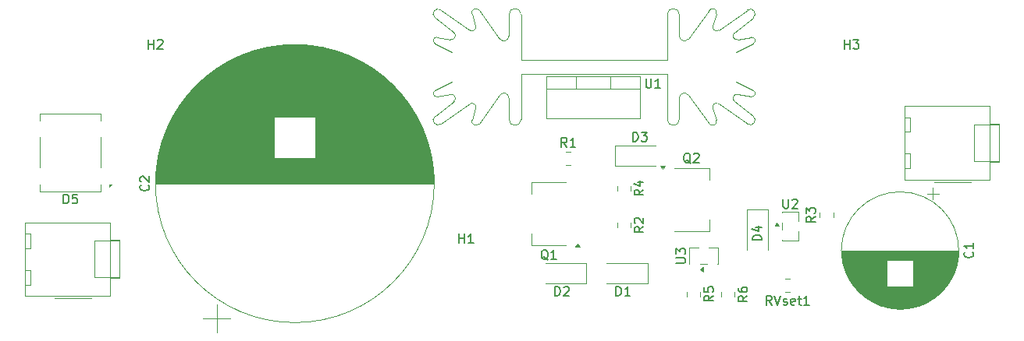
<source format=gbr>
%TF.GenerationSoftware,KiCad,Pcbnew,9.0.5*%
%TF.CreationDate,2025-11-24T13:11:31+01:00*%
%TF.ProjectId,200v psu,32303076-2070-4737-952e-6b696361645f,rev?*%
%TF.SameCoordinates,Original*%
%TF.FileFunction,Legend,Top*%
%TF.FilePolarity,Positive*%
%FSLAX46Y46*%
G04 Gerber Fmt 4.6, Leading zero omitted, Abs format (unit mm)*
G04 Created by KiCad (PCBNEW 9.0.5) date 2025-11-24 13:11:31*
%MOMM*%
%LPD*%
G01*
G04 APERTURE LIST*
%ADD10C,0.150000*%
%ADD11C,0.120000*%
G04 APERTURE END LIST*
D10*
X212808095Y-51254819D02*
X212808095Y-50254819D01*
X212808095Y-50731009D02*
X213379523Y-50731009D01*
X213379523Y-51254819D02*
X213379523Y-50254819D01*
X213760476Y-50254819D02*
X214379523Y-50254819D01*
X214379523Y-50254819D02*
X214046190Y-50635771D01*
X214046190Y-50635771D02*
X214189047Y-50635771D01*
X214189047Y-50635771D02*
X214284285Y-50683390D01*
X214284285Y-50683390D02*
X214331904Y-50731009D01*
X214331904Y-50731009D02*
X214379523Y-50826247D01*
X214379523Y-50826247D02*
X214379523Y-51064342D01*
X214379523Y-51064342D02*
X214331904Y-51159580D01*
X214331904Y-51159580D02*
X214284285Y-51207200D01*
X214284285Y-51207200D02*
X214189047Y-51254819D01*
X214189047Y-51254819D02*
X213903333Y-51254819D01*
X213903333Y-51254819D02*
X213808095Y-51207200D01*
X213808095Y-51207200D02*
X213760476Y-51159580D01*
X137288095Y-51254819D02*
X137288095Y-50254819D01*
X137288095Y-50731009D02*
X137859523Y-50731009D01*
X137859523Y-51254819D02*
X137859523Y-50254819D01*
X138288095Y-50350057D02*
X138335714Y-50302438D01*
X138335714Y-50302438D02*
X138430952Y-50254819D01*
X138430952Y-50254819D02*
X138669047Y-50254819D01*
X138669047Y-50254819D02*
X138764285Y-50302438D01*
X138764285Y-50302438D02*
X138811904Y-50350057D01*
X138811904Y-50350057D02*
X138859523Y-50445295D01*
X138859523Y-50445295D02*
X138859523Y-50540533D01*
X138859523Y-50540533D02*
X138811904Y-50683390D01*
X138811904Y-50683390D02*
X138240476Y-51254819D01*
X138240476Y-51254819D02*
X138859523Y-51254819D01*
X170998095Y-72374819D02*
X170998095Y-71374819D01*
X170998095Y-71851009D02*
X171569523Y-71851009D01*
X171569523Y-72374819D02*
X171569523Y-71374819D01*
X172569523Y-72374819D02*
X171998095Y-72374819D01*
X172283809Y-72374819D02*
X172283809Y-71374819D01*
X172283809Y-71374819D02*
X172188571Y-71517676D01*
X172188571Y-71517676D02*
X172093333Y-71612914D01*
X172093333Y-71612914D02*
X171998095Y-71660533D01*
X137299580Y-66074601D02*
X137347200Y-66122220D01*
X137347200Y-66122220D02*
X137394819Y-66265077D01*
X137394819Y-66265077D02*
X137394819Y-66360315D01*
X137394819Y-66360315D02*
X137347200Y-66503172D01*
X137347200Y-66503172D02*
X137251961Y-66598410D01*
X137251961Y-66598410D02*
X137156723Y-66646029D01*
X137156723Y-66646029D02*
X136966247Y-66693648D01*
X136966247Y-66693648D02*
X136823390Y-66693648D01*
X136823390Y-66693648D02*
X136632914Y-66646029D01*
X136632914Y-66646029D02*
X136537676Y-66598410D01*
X136537676Y-66598410D02*
X136442438Y-66503172D01*
X136442438Y-66503172D02*
X136394819Y-66360315D01*
X136394819Y-66360315D02*
X136394819Y-66265077D01*
X136394819Y-66265077D02*
X136442438Y-66122220D01*
X136442438Y-66122220D02*
X136490057Y-66074601D01*
X136490057Y-65693648D02*
X136442438Y-65646029D01*
X136442438Y-65646029D02*
X136394819Y-65550791D01*
X136394819Y-65550791D02*
X136394819Y-65312696D01*
X136394819Y-65312696D02*
X136442438Y-65217458D01*
X136442438Y-65217458D02*
X136490057Y-65169839D01*
X136490057Y-65169839D02*
X136585295Y-65122220D01*
X136585295Y-65122220D02*
X136680533Y-65122220D01*
X136680533Y-65122220D02*
X136823390Y-65169839D01*
X136823390Y-65169839D02*
X137394819Y-65741267D01*
X137394819Y-65741267D02*
X137394819Y-65122220D01*
X202264819Y-78116666D02*
X201788628Y-78449999D01*
X202264819Y-78688094D02*
X201264819Y-78688094D01*
X201264819Y-78688094D02*
X201264819Y-78307142D01*
X201264819Y-78307142D02*
X201312438Y-78211904D01*
X201312438Y-78211904D02*
X201360057Y-78164285D01*
X201360057Y-78164285D02*
X201455295Y-78116666D01*
X201455295Y-78116666D02*
X201598152Y-78116666D01*
X201598152Y-78116666D02*
X201693390Y-78164285D01*
X201693390Y-78164285D02*
X201741009Y-78211904D01*
X201741009Y-78211904D02*
X201788628Y-78307142D01*
X201788628Y-78307142D02*
X201788628Y-78688094D01*
X201264819Y-77259523D02*
X201264819Y-77449999D01*
X201264819Y-77449999D02*
X201312438Y-77545237D01*
X201312438Y-77545237D02*
X201360057Y-77592856D01*
X201360057Y-77592856D02*
X201502914Y-77688094D01*
X201502914Y-77688094D02*
X201693390Y-77735713D01*
X201693390Y-77735713D02*
X202074342Y-77735713D01*
X202074342Y-77735713D02*
X202169580Y-77688094D01*
X202169580Y-77688094D02*
X202217200Y-77640475D01*
X202217200Y-77640475D02*
X202264819Y-77545237D01*
X202264819Y-77545237D02*
X202264819Y-77354761D01*
X202264819Y-77354761D02*
X202217200Y-77259523D01*
X202217200Y-77259523D02*
X202169580Y-77211904D01*
X202169580Y-77211904D02*
X202074342Y-77164285D01*
X202074342Y-77164285D02*
X201836247Y-77164285D01*
X201836247Y-77164285D02*
X201741009Y-77211904D01*
X201741009Y-77211904D02*
X201693390Y-77259523D01*
X201693390Y-77259523D02*
X201645771Y-77354761D01*
X201645771Y-77354761D02*
X201645771Y-77545237D01*
X201645771Y-77545237D02*
X201693390Y-77640475D01*
X201693390Y-77640475D02*
X201741009Y-77688094D01*
X201741009Y-77688094D02*
X201836247Y-77735713D01*
X196124761Y-63707557D02*
X196029523Y-63659938D01*
X196029523Y-63659938D02*
X195934285Y-63564700D01*
X195934285Y-63564700D02*
X195791428Y-63421842D01*
X195791428Y-63421842D02*
X195696190Y-63374223D01*
X195696190Y-63374223D02*
X195600952Y-63374223D01*
X195648571Y-63612319D02*
X195553333Y-63564700D01*
X195553333Y-63564700D02*
X195458095Y-63469461D01*
X195458095Y-63469461D02*
X195410476Y-63278985D01*
X195410476Y-63278985D02*
X195410476Y-62945652D01*
X195410476Y-62945652D02*
X195458095Y-62755176D01*
X195458095Y-62755176D02*
X195553333Y-62659938D01*
X195553333Y-62659938D02*
X195648571Y-62612319D01*
X195648571Y-62612319D02*
X195839047Y-62612319D01*
X195839047Y-62612319D02*
X195934285Y-62659938D01*
X195934285Y-62659938D02*
X196029523Y-62755176D01*
X196029523Y-62755176D02*
X196077142Y-62945652D01*
X196077142Y-62945652D02*
X196077142Y-63278985D01*
X196077142Y-63278985D02*
X196029523Y-63469461D01*
X196029523Y-63469461D02*
X195934285Y-63564700D01*
X195934285Y-63564700D02*
X195839047Y-63612319D01*
X195839047Y-63612319D02*
X195648571Y-63612319D01*
X196458095Y-62707557D02*
X196505714Y-62659938D01*
X196505714Y-62659938D02*
X196600952Y-62612319D01*
X196600952Y-62612319D02*
X196839047Y-62612319D01*
X196839047Y-62612319D02*
X196934285Y-62659938D01*
X196934285Y-62659938D02*
X196981904Y-62707557D01*
X196981904Y-62707557D02*
X197029523Y-62802795D01*
X197029523Y-62802795D02*
X197029523Y-62898033D01*
X197029523Y-62898033D02*
X196981904Y-63040890D01*
X196981904Y-63040890D02*
X196410476Y-63612319D01*
X196410476Y-63612319D02*
X197029523Y-63612319D01*
X189854405Y-61314819D02*
X189854405Y-60314819D01*
X189854405Y-60314819D02*
X190092500Y-60314819D01*
X190092500Y-60314819D02*
X190235357Y-60362438D01*
X190235357Y-60362438D02*
X190330595Y-60457676D01*
X190330595Y-60457676D02*
X190378214Y-60552914D01*
X190378214Y-60552914D02*
X190425833Y-60743390D01*
X190425833Y-60743390D02*
X190425833Y-60886247D01*
X190425833Y-60886247D02*
X190378214Y-61076723D01*
X190378214Y-61076723D02*
X190330595Y-61171961D01*
X190330595Y-61171961D02*
X190235357Y-61267200D01*
X190235357Y-61267200D02*
X190092500Y-61314819D01*
X190092500Y-61314819D02*
X189854405Y-61314819D01*
X190759167Y-60314819D02*
X191378214Y-60314819D01*
X191378214Y-60314819D02*
X191044881Y-60695771D01*
X191044881Y-60695771D02*
X191187738Y-60695771D01*
X191187738Y-60695771D02*
X191282976Y-60743390D01*
X191282976Y-60743390D02*
X191330595Y-60791009D01*
X191330595Y-60791009D02*
X191378214Y-60886247D01*
X191378214Y-60886247D02*
X191378214Y-61124342D01*
X191378214Y-61124342D02*
X191330595Y-61219580D01*
X191330595Y-61219580D02*
X191282976Y-61267200D01*
X191282976Y-61267200D02*
X191187738Y-61314819D01*
X191187738Y-61314819D02*
X190902024Y-61314819D01*
X190902024Y-61314819D02*
X190806786Y-61267200D01*
X190806786Y-61267200D02*
X190759167Y-61219580D01*
X191004819Y-66576666D02*
X190528628Y-66909999D01*
X191004819Y-67148094D02*
X190004819Y-67148094D01*
X190004819Y-67148094D02*
X190004819Y-66767142D01*
X190004819Y-66767142D02*
X190052438Y-66671904D01*
X190052438Y-66671904D02*
X190100057Y-66624285D01*
X190100057Y-66624285D02*
X190195295Y-66576666D01*
X190195295Y-66576666D02*
X190338152Y-66576666D01*
X190338152Y-66576666D02*
X190433390Y-66624285D01*
X190433390Y-66624285D02*
X190481009Y-66671904D01*
X190481009Y-66671904D02*
X190528628Y-66767142D01*
X190528628Y-66767142D02*
X190528628Y-67148094D01*
X190338152Y-65719523D02*
X191004819Y-65719523D01*
X189957200Y-65957618D02*
X190671485Y-66195713D01*
X190671485Y-66195713D02*
X190671485Y-65576666D01*
X209644819Y-69494166D02*
X209168628Y-69827499D01*
X209644819Y-70065594D02*
X208644819Y-70065594D01*
X208644819Y-70065594D02*
X208644819Y-69684642D01*
X208644819Y-69684642D02*
X208692438Y-69589404D01*
X208692438Y-69589404D02*
X208740057Y-69541785D01*
X208740057Y-69541785D02*
X208835295Y-69494166D01*
X208835295Y-69494166D02*
X208978152Y-69494166D01*
X208978152Y-69494166D02*
X209073390Y-69541785D01*
X209073390Y-69541785D02*
X209121009Y-69589404D01*
X209121009Y-69589404D02*
X209168628Y-69684642D01*
X209168628Y-69684642D02*
X209168628Y-70065594D01*
X208644819Y-69160832D02*
X208644819Y-68541785D01*
X208644819Y-68541785D02*
X209025771Y-68875118D01*
X209025771Y-68875118D02*
X209025771Y-68732261D01*
X209025771Y-68732261D02*
X209073390Y-68637023D01*
X209073390Y-68637023D02*
X209121009Y-68589404D01*
X209121009Y-68589404D02*
X209216247Y-68541785D01*
X209216247Y-68541785D02*
X209454342Y-68541785D01*
X209454342Y-68541785D02*
X209549580Y-68589404D01*
X209549580Y-68589404D02*
X209597200Y-68637023D01*
X209597200Y-68637023D02*
X209644819Y-68732261D01*
X209644819Y-68732261D02*
X209644819Y-69017975D01*
X209644819Y-69017975D02*
X209597200Y-69113213D01*
X209597200Y-69113213D02*
X209549580Y-69160832D01*
X181411905Y-78114819D02*
X181411905Y-77114819D01*
X181411905Y-77114819D02*
X181650000Y-77114819D01*
X181650000Y-77114819D02*
X181792857Y-77162438D01*
X181792857Y-77162438D02*
X181888095Y-77257676D01*
X181888095Y-77257676D02*
X181935714Y-77352914D01*
X181935714Y-77352914D02*
X181983333Y-77543390D01*
X181983333Y-77543390D02*
X181983333Y-77686247D01*
X181983333Y-77686247D02*
X181935714Y-77876723D01*
X181935714Y-77876723D02*
X181888095Y-77971961D01*
X181888095Y-77971961D02*
X181792857Y-78067200D01*
X181792857Y-78067200D02*
X181650000Y-78114819D01*
X181650000Y-78114819D02*
X181411905Y-78114819D01*
X182364286Y-77210057D02*
X182411905Y-77162438D01*
X182411905Y-77162438D02*
X182507143Y-77114819D01*
X182507143Y-77114819D02*
X182745238Y-77114819D01*
X182745238Y-77114819D02*
X182840476Y-77162438D01*
X182840476Y-77162438D02*
X182888095Y-77210057D01*
X182888095Y-77210057D02*
X182935714Y-77305295D01*
X182935714Y-77305295D02*
X182935714Y-77400533D01*
X182935714Y-77400533D02*
X182888095Y-77543390D01*
X182888095Y-77543390D02*
X182316667Y-78114819D01*
X182316667Y-78114819D02*
X182935714Y-78114819D01*
X191268095Y-54494819D02*
X191268095Y-55304342D01*
X191268095Y-55304342D02*
X191315714Y-55399580D01*
X191315714Y-55399580D02*
X191363333Y-55447200D01*
X191363333Y-55447200D02*
X191458571Y-55494819D01*
X191458571Y-55494819D02*
X191649047Y-55494819D01*
X191649047Y-55494819D02*
X191744285Y-55447200D01*
X191744285Y-55447200D02*
X191791904Y-55399580D01*
X191791904Y-55399580D02*
X191839523Y-55304342D01*
X191839523Y-55304342D02*
X191839523Y-54494819D01*
X192839523Y-55494819D02*
X192268095Y-55494819D01*
X192553809Y-55494819D02*
X192553809Y-54494819D01*
X192553809Y-54494819D02*
X192458571Y-54637676D01*
X192458571Y-54637676D02*
X192363333Y-54732914D01*
X192363333Y-54732914D02*
X192268095Y-54780533D01*
X203824819Y-72058094D02*
X202824819Y-72058094D01*
X202824819Y-72058094D02*
X202824819Y-71819999D01*
X202824819Y-71819999D02*
X202872438Y-71677142D01*
X202872438Y-71677142D02*
X202967676Y-71581904D01*
X202967676Y-71581904D02*
X203062914Y-71534285D01*
X203062914Y-71534285D02*
X203253390Y-71486666D01*
X203253390Y-71486666D02*
X203396247Y-71486666D01*
X203396247Y-71486666D02*
X203586723Y-71534285D01*
X203586723Y-71534285D02*
X203681961Y-71581904D01*
X203681961Y-71581904D02*
X203777200Y-71677142D01*
X203777200Y-71677142D02*
X203824819Y-71819999D01*
X203824819Y-71819999D02*
X203824819Y-72058094D01*
X203158152Y-70629523D02*
X203824819Y-70629523D01*
X202777200Y-70867618D02*
X203491485Y-71105713D01*
X203491485Y-71105713D02*
X203491485Y-70486666D01*
X204935713Y-79104819D02*
X204602380Y-78628628D01*
X204364285Y-79104819D02*
X204364285Y-78104819D01*
X204364285Y-78104819D02*
X204745237Y-78104819D01*
X204745237Y-78104819D02*
X204840475Y-78152438D01*
X204840475Y-78152438D02*
X204888094Y-78200057D01*
X204888094Y-78200057D02*
X204935713Y-78295295D01*
X204935713Y-78295295D02*
X204935713Y-78438152D01*
X204935713Y-78438152D02*
X204888094Y-78533390D01*
X204888094Y-78533390D02*
X204840475Y-78581009D01*
X204840475Y-78581009D02*
X204745237Y-78628628D01*
X204745237Y-78628628D02*
X204364285Y-78628628D01*
X205221428Y-78104819D02*
X205554761Y-79104819D01*
X205554761Y-79104819D02*
X205888094Y-78104819D01*
X206173809Y-79057200D02*
X206269047Y-79104819D01*
X206269047Y-79104819D02*
X206459523Y-79104819D01*
X206459523Y-79104819D02*
X206554761Y-79057200D01*
X206554761Y-79057200D02*
X206602380Y-78961961D01*
X206602380Y-78961961D02*
X206602380Y-78914342D01*
X206602380Y-78914342D02*
X206554761Y-78819104D01*
X206554761Y-78819104D02*
X206459523Y-78771485D01*
X206459523Y-78771485D02*
X206316666Y-78771485D01*
X206316666Y-78771485D02*
X206221428Y-78723866D01*
X206221428Y-78723866D02*
X206173809Y-78628628D01*
X206173809Y-78628628D02*
X206173809Y-78581009D01*
X206173809Y-78581009D02*
X206221428Y-78485771D01*
X206221428Y-78485771D02*
X206316666Y-78438152D01*
X206316666Y-78438152D02*
X206459523Y-78438152D01*
X206459523Y-78438152D02*
X206554761Y-78485771D01*
X207411904Y-79057200D02*
X207316666Y-79104819D01*
X207316666Y-79104819D02*
X207126190Y-79104819D01*
X207126190Y-79104819D02*
X207030952Y-79057200D01*
X207030952Y-79057200D02*
X206983333Y-78961961D01*
X206983333Y-78961961D02*
X206983333Y-78581009D01*
X206983333Y-78581009D02*
X207030952Y-78485771D01*
X207030952Y-78485771D02*
X207126190Y-78438152D01*
X207126190Y-78438152D02*
X207316666Y-78438152D01*
X207316666Y-78438152D02*
X207411904Y-78485771D01*
X207411904Y-78485771D02*
X207459523Y-78581009D01*
X207459523Y-78581009D02*
X207459523Y-78676247D01*
X207459523Y-78676247D02*
X206983333Y-78771485D01*
X207745238Y-78438152D02*
X208126190Y-78438152D01*
X207888095Y-78104819D02*
X207888095Y-78961961D01*
X207888095Y-78961961D02*
X207935714Y-79057200D01*
X207935714Y-79057200D02*
X208030952Y-79104819D01*
X208030952Y-79104819D02*
X208126190Y-79104819D01*
X208983333Y-79104819D02*
X208411905Y-79104819D01*
X208697619Y-79104819D02*
X208697619Y-78104819D01*
X208697619Y-78104819D02*
X208602381Y-78247676D01*
X208602381Y-78247676D02*
X208507143Y-78342914D01*
X208507143Y-78342914D02*
X208411905Y-78390533D01*
X188039405Y-78114819D02*
X188039405Y-77114819D01*
X188039405Y-77114819D02*
X188277500Y-77114819D01*
X188277500Y-77114819D02*
X188420357Y-77162438D01*
X188420357Y-77162438D02*
X188515595Y-77257676D01*
X188515595Y-77257676D02*
X188563214Y-77352914D01*
X188563214Y-77352914D02*
X188610833Y-77543390D01*
X188610833Y-77543390D02*
X188610833Y-77686247D01*
X188610833Y-77686247D02*
X188563214Y-77876723D01*
X188563214Y-77876723D02*
X188515595Y-77971961D01*
X188515595Y-77971961D02*
X188420357Y-78067200D01*
X188420357Y-78067200D02*
X188277500Y-78114819D01*
X188277500Y-78114819D02*
X188039405Y-78114819D01*
X189563214Y-78114819D02*
X188991786Y-78114819D01*
X189277500Y-78114819D02*
X189277500Y-77114819D01*
X189277500Y-77114819D02*
X189182262Y-77257676D01*
X189182262Y-77257676D02*
X189087024Y-77352914D01*
X189087024Y-77352914D02*
X188991786Y-77400533D01*
X191004819Y-70586666D02*
X190528628Y-70919999D01*
X191004819Y-71158094D02*
X190004819Y-71158094D01*
X190004819Y-71158094D02*
X190004819Y-70777142D01*
X190004819Y-70777142D02*
X190052438Y-70681904D01*
X190052438Y-70681904D02*
X190100057Y-70634285D01*
X190100057Y-70634285D02*
X190195295Y-70586666D01*
X190195295Y-70586666D02*
X190338152Y-70586666D01*
X190338152Y-70586666D02*
X190433390Y-70634285D01*
X190433390Y-70634285D02*
X190481009Y-70681904D01*
X190481009Y-70681904D02*
X190528628Y-70777142D01*
X190528628Y-70777142D02*
X190528628Y-71158094D01*
X190100057Y-70205713D02*
X190052438Y-70158094D01*
X190052438Y-70158094D02*
X190004819Y-70062856D01*
X190004819Y-70062856D02*
X190004819Y-69824761D01*
X190004819Y-69824761D02*
X190052438Y-69729523D01*
X190052438Y-69729523D02*
X190100057Y-69681904D01*
X190100057Y-69681904D02*
X190195295Y-69634285D01*
X190195295Y-69634285D02*
X190290533Y-69634285D01*
X190290533Y-69634285D02*
X190433390Y-69681904D01*
X190433390Y-69681904D02*
X191004819Y-70253332D01*
X191004819Y-70253332D02*
X191004819Y-69634285D01*
X226699580Y-73346666D02*
X226747200Y-73394285D01*
X226747200Y-73394285D02*
X226794819Y-73537142D01*
X226794819Y-73537142D02*
X226794819Y-73632380D01*
X226794819Y-73632380D02*
X226747200Y-73775237D01*
X226747200Y-73775237D02*
X226651961Y-73870475D01*
X226651961Y-73870475D02*
X226556723Y-73918094D01*
X226556723Y-73918094D02*
X226366247Y-73965713D01*
X226366247Y-73965713D02*
X226223390Y-73965713D01*
X226223390Y-73965713D02*
X226032914Y-73918094D01*
X226032914Y-73918094D02*
X225937676Y-73870475D01*
X225937676Y-73870475D02*
X225842438Y-73775237D01*
X225842438Y-73775237D02*
X225794819Y-73632380D01*
X225794819Y-73632380D02*
X225794819Y-73537142D01*
X225794819Y-73537142D02*
X225842438Y-73394285D01*
X225842438Y-73394285D02*
X225890057Y-73346666D01*
X226794819Y-72394285D02*
X226794819Y-72965713D01*
X226794819Y-72679999D02*
X225794819Y-72679999D01*
X225794819Y-72679999D02*
X225937676Y-72775237D01*
X225937676Y-72775237D02*
X226032914Y-72870475D01*
X226032914Y-72870475D02*
X226080533Y-72965713D01*
X206165595Y-67604819D02*
X206165595Y-68414342D01*
X206165595Y-68414342D02*
X206213214Y-68509580D01*
X206213214Y-68509580D02*
X206260833Y-68557200D01*
X206260833Y-68557200D02*
X206356071Y-68604819D01*
X206356071Y-68604819D02*
X206546547Y-68604819D01*
X206546547Y-68604819D02*
X206641785Y-68557200D01*
X206641785Y-68557200D02*
X206689404Y-68509580D01*
X206689404Y-68509580D02*
X206737023Y-68414342D01*
X206737023Y-68414342D02*
X206737023Y-67604819D01*
X207165595Y-67700057D02*
X207213214Y-67652438D01*
X207213214Y-67652438D02*
X207308452Y-67604819D01*
X207308452Y-67604819D02*
X207546547Y-67604819D01*
X207546547Y-67604819D02*
X207641785Y-67652438D01*
X207641785Y-67652438D02*
X207689404Y-67700057D01*
X207689404Y-67700057D02*
X207737023Y-67795295D01*
X207737023Y-67795295D02*
X207737023Y-67890533D01*
X207737023Y-67890533D02*
X207689404Y-68033390D01*
X207689404Y-68033390D02*
X207117976Y-68604819D01*
X207117976Y-68604819D02*
X207737023Y-68604819D01*
X128101905Y-68074819D02*
X128101905Y-67074819D01*
X128101905Y-67074819D02*
X128340000Y-67074819D01*
X128340000Y-67074819D02*
X128482857Y-67122438D01*
X128482857Y-67122438D02*
X128578095Y-67217676D01*
X128578095Y-67217676D02*
X128625714Y-67312914D01*
X128625714Y-67312914D02*
X128673333Y-67503390D01*
X128673333Y-67503390D02*
X128673333Y-67646247D01*
X128673333Y-67646247D02*
X128625714Y-67836723D01*
X128625714Y-67836723D02*
X128578095Y-67931961D01*
X128578095Y-67931961D02*
X128482857Y-68027200D01*
X128482857Y-68027200D02*
X128340000Y-68074819D01*
X128340000Y-68074819D02*
X128101905Y-68074819D01*
X129578095Y-67074819D02*
X129101905Y-67074819D01*
X129101905Y-67074819D02*
X129054286Y-67551009D01*
X129054286Y-67551009D02*
X129101905Y-67503390D01*
X129101905Y-67503390D02*
X129197143Y-67455771D01*
X129197143Y-67455771D02*
X129435238Y-67455771D01*
X129435238Y-67455771D02*
X129530476Y-67503390D01*
X129530476Y-67503390D02*
X129578095Y-67551009D01*
X129578095Y-67551009D02*
X129625714Y-67646247D01*
X129625714Y-67646247D02*
X129625714Y-67884342D01*
X129625714Y-67884342D02*
X129578095Y-67979580D01*
X129578095Y-67979580D02*
X129530476Y-68027200D01*
X129530476Y-68027200D02*
X129435238Y-68074819D01*
X129435238Y-68074819D02*
X129197143Y-68074819D01*
X129197143Y-68074819D02*
X129101905Y-68027200D01*
X129101905Y-68027200D02*
X129054286Y-67979580D01*
X182690833Y-61927319D02*
X182357500Y-61451128D01*
X182119405Y-61927319D02*
X182119405Y-60927319D01*
X182119405Y-60927319D02*
X182500357Y-60927319D01*
X182500357Y-60927319D02*
X182595595Y-60974938D01*
X182595595Y-60974938D02*
X182643214Y-61022557D01*
X182643214Y-61022557D02*
X182690833Y-61117795D01*
X182690833Y-61117795D02*
X182690833Y-61260652D01*
X182690833Y-61260652D02*
X182643214Y-61355890D01*
X182643214Y-61355890D02*
X182595595Y-61403509D01*
X182595595Y-61403509D02*
X182500357Y-61451128D01*
X182500357Y-61451128D02*
X182119405Y-61451128D01*
X183643214Y-61927319D02*
X183071786Y-61927319D01*
X183357500Y-61927319D02*
X183357500Y-60927319D01*
X183357500Y-60927319D02*
X183262262Y-61070176D01*
X183262262Y-61070176D02*
X183167024Y-61165414D01*
X183167024Y-61165414D02*
X183071786Y-61213033D01*
X198574819Y-78096666D02*
X198098628Y-78429999D01*
X198574819Y-78668094D02*
X197574819Y-78668094D01*
X197574819Y-78668094D02*
X197574819Y-78287142D01*
X197574819Y-78287142D02*
X197622438Y-78191904D01*
X197622438Y-78191904D02*
X197670057Y-78144285D01*
X197670057Y-78144285D02*
X197765295Y-78096666D01*
X197765295Y-78096666D02*
X197908152Y-78096666D01*
X197908152Y-78096666D02*
X198003390Y-78144285D01*
X198003390Y-78144285D02*
X198051009Y-78191904D01*
X198051009Y-78191904D02*
X198098628Y-78287142D01*
X198098628Y-78287142D02*
X198098628Y-78668094D01*
X197574819Y-77191904D02*
X197574819Y-77668094D01*
X197574819Y-77668094D02*
X198051009Y-77715713D01*
X198051009Y-77715713D02*
X198003390Y-77668094D01*
X198003390Y-77668094D02*
X197955771Y-77572856D01*
X197955771Y-77572856D02*
X197955771Y-77334761D01*
X197955771Y-77334761D02*
X198003390Y-77239523D01*
X198003390Y-77239523D02*
X198051009Y-77191904D01*
X198051009Y-77191904D02*
X198146247Y-77144285D01*
X198146247Y-77144285D02*
X198384342Y-77144285D01*
X198384342Y-77144285D02*
X198479580Y-77191904D01*
X198479580Y-77191904D02*
X198527200Y-77239523D01*
X198527200Y-77239523D02*
X198574819Y-77334761D01*
X198574819Y-77334761D02*
X198574819Y-77572856D01*
X198574819Y-77572856D02*
X198527200Y-77668094D01*
X198527200Y-77668094D02*
X198479580Y-77715713D01*
X180652261Y-74222557D02*
X180557023Y-74174938D01*
X180557023Y-74174938D02*
X180461785Y-74079700D01*
X180461785Y-74079700D02*
X180318928Y-73936842D01*
X180318928Y-73936842D02*
X180223690Y-73889223D01*
X180223690Y-73889223D02*
X180128452Y-73889223D01*
X180176071Y-74127319D02*
X180080833Y-74079700D01*
X180080833Y-74079700D02*
X179985595Y-73984461D01*
X179985595Y-73984461D02*
X179937976Y-73793985D01*
X179937976Y-73793985D02*
X179937976Y-73460652D01*
X179937976Y-73460652D02*
X179985595Y-73270176D01*
X179985595Y-73270176D02*
X180080833Y-73174938D01*
X180080833Y-73174938D02*
X180176071Y-73127319D01*
X180176071Y-73127319D02*
X180366547Y-73127319D01*
X180366547Y-73127319D02*
X180461785Y-73174938D01*
X180461785Y-73174938D02*
X180557023Y-73270176D01*
X180557023Y-73270176D02*
X180604642Y-73460652D01*
X180604642Y-73460652D02*
X180604642Y-73793985D01*
X180604642Y-73793985D02*
X180557023Y-73984461D01*
X180557023Y-73984461D02*
X180461785Y-74079700D01*
X180461785Y-74079700D02*
X180366547Y-74127319D01*
X180366547Y-74127319D02*
X180176071Y-74127319D01*
X181557023Y-74127319D02*
X180985595Y-74127319D01*
X181271309Y-74127319D02*
X181271309Y-73127319D01*
X181271309Y-73127319D02*
X181176071Y-73270176D01*
X181176071Y-73270176D02*
X181080833Y-73365414D01*
X181080833Y-73365414D02*
X180985595Y-73413033D01*
X194564819Y-74541904D02*
X195374342Y-74541904D01*
X195374342Y-74541904D02*
X195469580Y-74494285D01*
X195469580Y-74494285D02*
X195517200Y-74446666D01*
X195517200Y-74446666D02*
X195564819Y-74351428D01*
X195564819Y-74351428D02*
X195564819Y-74160952D01*
X195564819Y-74160952D02*
X195517200Y-74065714D01*
X195517200Y-74065714D02*
X195469580Y-74018095D01*
X195469580Y-74018095D02*
X195374342Y-73970476D01*
X195374342Y-73970476D02*
X194564819Y-73970476D01*
X194564819Y-73589523D02*
X194564819Y-72970476D01*
X194564819Y-72970476D02*
X194945771Y-73303809D01*
X194945771Y-73303809D02*
X194945771Y-73160952D01*
X194945771Y-73160952D02*
X194993390Y-73065714D01*
X194993390Y-73065714D02*
X195041009Y-73018095D01*
X195041009Y-73018095D02*
X195136247Y-72970476D01*
X195136247Y-72970476D02*
X195374342Y-72970476D01*
X195374342Y-72970476D02*
X195469580Y-73018095D01*
X195469580Y-73018095D02*
X195517200Y-73065714D01*
X195517200Y-73065714D02*
X195564819Y-73160952D01*
X195564819Y-73160952D02*
X195564819Y-73446666D01*
X195564819Y-73446666D02*
X195517200Y-73541904D01*
X195517200Y-73541904D02*
X195469580Y-73589523D01*
D11*
%TO.C,C2*%
X144715000Y-82087066D02*
X144715000Y-79087066D01*
X143215000Y-80587066D02*
X146215000Y-80587066D01*
X138110000Y-65907935D02*
X168270000Y-65907935D01*
X138110000Y-65867935D02*
X168270000Y-65867935D01*
X138110000Y-65827935D02*
X168270000Y-65827935D01*
X138110000Y-65787935D02*
X168270000Y-65787935D01*
X138111000Y-65747935D02*
X168269000Y-65747935D01*
X138111000Y-65707935D02*
X168269000Y-65707935D01*
X138112000Y-65667935D02*
X168268000Y-65667935D01*
X138113000Y-65627935D02*
X168267000Y-65627935D01*
X138113000Y-65587935D02*
X168267000Y-65587935D01*
X138114000Y-65547935D02*
X168266000Y-65547935D01*
X138115000Y-65507935D02*
X168265000Y-65507935D01*
X138116000Y-65467935D02*
X168264000Y-65467935D01*
X138118000Y-65427935D02*
X168262000Y-65427935D01*
X138119000Y-65387935D02*
X168261000Y-65387935D01*
X138120000Y-65347935D02*
X168260000Y-65347935D01*
X138122000Y-65307935D02*
X168258000Y-65307935D01*
X138124000Y-65267935D02*
X168256000Y-65267935D01*
X138125000Y-65227935D02*
X168255000Y-65227935D01*
X138127000Y-65187935D02*
X168253000Y-65187935D01*
X138129000Y-65147935D02*
X168251000Y-65147935D01*
X138131000Y-65107935D02*
X168249000Y-65107935D01*
X138133000Y-65067935D02*
X168247000Y-65067935D01*
X138136000Y-65027935D02*
X168244000Y-65027935D01*
X138138000Y-64987935D02*
X168242000Y-64987935D01*
X138141000Y-64947935D02*
X168239000Y-64947935D01*
X138143000Y-64907935D02*
X168237000Y-64907935D01*
X138146000Y-64867935D02*
X168234000Y-64867935D01*
X138149000Y-64827935D02*
X168231000Y-64827935D01*
X138152000Y-64787935D02*
X168228000Y-64787935D01*
X138155000Y-64747935D02*
X168225000Y-64747935D01*
X138158000Y-64707935D02*
X168222000Y-64707935D01*
X138161000Y-64667935D02*
X168219000Y-64667935D01*
X138164000Y-64627935D02*
X168216000Y-64627935D01*
X138168000Y-64587935D02*
X168212000Y-64587935D01*
X138171000Y-64547935D02*
X168209000Y-64547935D01*
X138175000Y-64507935D02*
X168205000Y-64507935D01*
X138179000Y-64467935D02*
X168201000Y-64467935D01*
X138183000Y-64427935D02*
X168197000Y-64427935D01*
X138187000Y-64387935D02*
X168193000Y-64387935D01*
X138191000Y-64347935D02*
X168189000Y-64347935D01*
X138195000Y-64307935D02*
X168185000Y-64307935D01*
X138199000Y-64267935D02*
X168181000Y-64267935D01*
X138204000Y-64227935D02*
X168176000Y-64227935D01*
X138208000Y-64187935D02*
X168172000Y-64187935D01*
X138213000Y-64147935D02*
X168167000Y-64147935D01*
X138218000Y-64107935D02*
X168162000Y-64107935D01*
X138222000Y-64067935D02*
X168158000Y-64067935D01*
X138227000Y-64027935D02*
X168153000Y-64027935D01*
X138232000Y-63987935D02*
X168148000Y-63987935D01*
X138238000Y-63947935D02*
X168142000Y-63947935D01*
X138243000Y-63907935D02*
X168137000Y-63907935D01*
X138248000Y-63867935D02*
X168132000Y-63867935D01*
X138254000Y-63827935D02*
X168126000Y-63827935D01*
X138259000Y-63787935D02*
X168121000Y-63787935D01*
X138265000Y-63747935D02*
X168115000Y-63747935D01*
X138271000Y-63707935D02*
X168109000Y-63707935D01*
X138277000Y-63667935D02*
X168103000Y-63667935D01*
X138283000Y-63627935D02*
X168097000Y-63627935D01*
X138289000Y-63587935D02*
X168091000Y-63587935D01*
X138295000Y-63547935D02*
X168085000Y-63547935D01*
X138302000Y-63507935D02*
X168078000Y-63507935D01*
X138308000Y-63467935D02*
X168072000Y-63467935D01*
X138315000Y-63427935D02*
X168065000Y-63427935D01*
X138321000Y-63387935D02*
X168059000Y-63387935D01*
X138328000Y-63347935D02*
X168052000Y-63347935D01*
X138335000Y-63307935D02*
X168045000Y-63307935D01*
X138342000Y-63267935D02*
X168038000Y-63267935D01*
X138349000Y-63227935D02*
X168031000Y-63227935D01*
X138357000Y-63187935D02*
X168023000Y-63187935D01*
X138364000Y-63147935D02*
X168016000Y-63147935D01*
X138372000Y-63107935D02*
X150950000Y-63107935D01*
X155430000Y-63107935D02*
X168008000Y-63107935D01*
X138379000Y-63067935D02*
X150950000Y-63067935D01*
X155430000Y-63067935D02*
X168001000Y-63067935D01*
X138387000Y-63027935D02*
X150950000Y-63027935D01*
X155430000Y-63027935D02*
X167993000Y-63027935D01*
X138395000Y-62987935D02*
X150950000Y-62987935D01*
X155430000Y-62987935D02*
X167985000Y-62987935D01*
X138403000Y-62947935D02*
X150950000Y-62947935D01*
X155430000Y-62947935D02*
X167977000Y-62947935D01*
X138411000Y-62907935D02*
X150950000Y-62907935D01*
X155430000Y-62907935D02*
X167969000Y-62907935D01*
X138419000Y-62867935D02*
X150950000Y-62867935D01*
X155430000Y-62867935D02*
X167961000Y-62867935D01*
X138427000Y-62827935D02*
X150950000Y-62827935D01*
X155430000Y-62827935D02*
X167953000Y-62827935D01*
X138435000Y-62787935D02*
X150950000Y-62787935D01*
X155430000Y-62787935D02*
X167945000Y-62787935D01*
X138444000Y-62747935D02*
X150950000Y-62747935D01*
X155430000Y-62747935D02*
X167936000Y-62747935D01*
X138453000Y-62707935D02*
X150950000Y-62707935D01*
X155430000Y-62707935D02*
X167927000Y-62707935D01*
X138461000Y-62667935D02*
X150950000Y-62667935D01*
X155430000Y-62667935D02*
X167919000Y-62667935D01*
X138470000Y-62627935D02*
X150950000Y-62627935D01*
X155430000Y-62627935D02*
X167910000Y-62627935D01*
X138479000Y-62587935D02*
X150950000Y-62587935D01*
X155430000Y-62587935D02*
X167901000Y-62587935D01*
X138488000Y-62547935D02*
X150950000Y-62547935D01*
X155430000Y-62547935D02*
X167892000Y-62547935D01*
X138497000Y-62507935D02*
X150950000Y-62507935D01*
X155430000Y-62507935D02*
X167883000Y-62507935D01*
X138507000Y-62467935D02*
X150950000Y-62467935D01*
X155430000Y-62467935D02*
X167873000Y-62467935D01*
X138516000Y-62427935D02*
X150950000Y-62427935D01*
X155430000Y-62427935D02*
X167864000Y-62427935D01*
X138525000Y-62387935D02*
X150950000Y-62387935D01*
X155430000Y-62387935D02*
X167855000Y-62387935D01*
X138535000Y-62347935D02*
X150950000Y-62347935D01*
X155430000Y-62347935D02*
X167845000Y-62347935D01*
X138545000Y-62307935D02*
X150950000Y-62307935D01*
X155430000Y-62307935D02*
X167835000Y-62307935D01*
X138555000Y-62267935D02*
X150950000Y-62267935D01*
X155430000Y-62267935D02*
X167825000Y-62267935D01*
X138565000Y-62227935D02*
X150950000Y-62227935D01*
X155430000Y-62227935D02*
X167815000Y-62227935D01*
X138575000Y-62187935D02*
X150950000Y-62187935D01*
X155430000Y-62187935D02*
X167805000Y-62187935D01*
X138585000Y-62147935D02*
X150950000Y-62147935D01*
X155430000Y-62147935D02*
X167795000Y-62147935D01*
X138595000Y-62107935D02*
X150950000Y-62107935D01*
X155430000Y-62107935D02*
X167785000Y-62107935D01*
X138606000Y-62067935D02*
X150950000Y-62067935D01*
X155430000Y-62067935D02*
X167774000Y-62067935D01*
X138616000Y-62027935D02*
X150950000Y-62027935D01*
X155430000Y-62027935D02*
X167764000Y-62027935D01*
X138627000Y-61987935D02*
X150950000Y-61987935D01*
X155430000Y-61987935D02*
X167753000Y-61987935D01*
X138638000Y-61947935D02*
X150950000Y-61947935D01*
X155430000Y-61947935D02*
X167742000Y-61947935D01*
X138649000Y-61907935D02*
X150950000Y-61907935D01*
X155430000Y-61907935D02*
X167731000Y-61907935D01*
X138660000Y-61867935D02*
X150950000Y-61867935D01*
X155430000Y-61867935D02*
X167720000Y-61867935D01*
X138671000Y-61827935D02*
X150950000Y-61827935D01*
X155430000Y-61827935D02*
X167709000Y-61827935D01*
X138682000Y-61787935D02*
X150950000Y-61787935D01*
X155430000Y-61787935D02*
X167698000Y-61787935D01*
X138694000Y-61747935D02*
X150950000Y-61747935D01*
X155430000Y-61747935D02*
X167686000Y-61747935D01*
X138705000Y-61707935D02*
X150950000Y-61707935D01*
X155430000Y-61707935D02*
X167675000Y-61707935D01*
X138717000Y-61667935D02*
X150950000Y-61667935D01*
X155430000Y-61667935D02*
X167663000Y-61667935D01*
X138728000Y-61627935D02*
X150950000Y-61627935D01*
X155430000Y-61627935D02*
X167652000Y-61627935D01*
X138740000Y-61587935D02*
X150950000Y-61587935D01*
X155430000Y-61587935D02*
X167640000Y-61587935D01*
X138752000Y-61547935D02*
X150950000Y-61547935D01*
X155430000Y-61547935D02*
X167628000Y-61547935D01*
X138764000Y-61507935D02*
X150950000Y-61507935D01*
X155430000Y-61507935D02*
X167616000Y-61507935D01*
X138777000Y-61467935D02*
X150950000Y-61467935D01*
X155430000Y-61467935D02*
X167603000Y-61467935D01*
X138789000Y-61427935D02*
X150950000Y-61427935D01*
X155430000Y-61427935D02*
X167591000Y-61427935D01*
X138801000Y-61387935D02*
X150950000Y-61387935D01*
X155430000Y-61387935D02*
X167579000Y-61387935D01*
X138814000Y-61347935D02*
X150950000Y-61347935D01*
X155430000Y-61347935D02*
X167566000Y-61347935D01*
X138827000Y-61307935D02*
X150950000Y-61307935D01*
X155430000Y-61307935D02*
X167553000Y-61307935D01*
X138840000Y-61267935D02*
X150950000Y-61267935D01*
X155430000Y-61267935D02*
X167540000Y-61267935D01*
X138853000Y-61227935D02*
X150950000Y-61227935D01*
X155430000Y-61227935D02*
X167527000Y-61227935D01*
X138866000Y-61187935D02*
X150950000Y-61187935D01*
X155430000Y-61187935D02*
X167514000Y-61187935D01*
X138879000Y-61147935D02*
X150950000Y-61147935D01*
X155430000Y-61147935D02*
X167501000Y-61147935D01*
X138892000Y-61107935D02*
X150950000Y-61107935D01*
X155430000Y-61107935D02*
X167488000Y-61107935D01*
X138906000Y-61067935D02*
X150950000Y-61067935D01*
X155430000Y-61067935D02*
X167474000Y-61067935D01*
X138919000Y-61027935D02*
X150950000Y-61027935D01*
X155430000Y-61027935D02*
X167461000Y-61027935D01*
X138933000Y-60987935D02*
X150950000Y-60987935D01*
X155430000Y-60987935D02*
X167447000Y-60987935D01*
X138947000Y-60947935D02*
X150950000Y-60947935D01*
X155430000Y-60947935D02*
X167433000Y-60947935D01*
X138961000Y-60907935D02*
X150950000Y-60907935D01*
X155430000Y-60907935D02*
X167419000Y-60907935D01*
X138975000Y-60867935D02*
X150950000Y-60867935D01*
X155430000Y-60867935D02*
X167405000Y-60867935D01*
X138989000Y-60827935D02*
X150950000Y-60827935D01*
X155430000Y-60827935D02*
X167391000Y-60827935D01*
X139003000Y-60787935D02*
X150950000Y-60787935D01*
X155430000Y-60787935D02*
X167377000Y-60787935D01*
X139018000Y-60747935D02*
X150950000Y-60747935D01*
X155430000Y-60747935D02*
X167362000Y-60747935D01*
X139032000Y-60707935D02*
X150950000Y-60707935D01*
X155430000Y-60707935D02*
X167348000Y-60707935D01*
X139047000Y-60667935D02*
X150950000Y-60667935D01*
X155430000Y-60667935D02*
X167333000Y-60667935D01*
X139062000Y-60627935D02*
X150950000Y-60627935D01*
X155430000Y-60627935D02*
X167318000Y-60627935D01*
X139077000Y-60587935D02*
X150950000Y-60587935D01*
X155430000Y-60587935D02*
X167303000Y-60587935D01*
X139092000Y-60547935D02*
X150950000Y-60547935D01*
X155430000Y-60547935D02*
X167288000Y-60547935D01*
X139107000Y-60507935D02*
X150950000Y-60507935D01*
X155430000Y-60507935D02*
X167273000Y-60507935D01*
X139123000Y-60467935D02*
X150950000Y-60467935D01*
X155430000Y-60467935D02*
X167257000Y-60467935D01*
X139138000Y-60427935D02*
X150950000Y-60427935D01*
X155430000Y-60427935D02*
X167242000Y-60427935D01*
X139154000Y-60387935D02*
X150950000Y-60387935D01*
X155430000Y-60387935D02*
X167226000Y-60387935D01*
X139169000Y-60347935D02*
X150950000Y-60347935D01*
X155430000Y-60347935D02*
X167211000Y-60347935D01*
X139185000Y-60307935D02*
X150950000Y-60307935D01*
X155430000Y-60307935D02*
X167195000Y-60307935D01*
X139201000Y-60267935D02*
X150950000Y-60267935D01*
X155430000Y-60267935D02*
X167179000Y-60267935D01*
X139217000Y-60227935D02*
X150950000Y-60227935D01*
X155430000Y-60227935D02*
X167163000Y-60227935D01*
X139234000Y-60187935D02*
X150950000Y-60187935D01*
X155430000Y-60187935D02*
X167146000Y-60187935D01*
X139250000Y-60147935D02*
X150950000Y-60147935D01*
X155430000Y-60147935D02*
X167130000Y-60147935D01*
X139267000Y-60107935D02*
X150950000Y-60107935D01*
X155430000Y-60107935D02*
X167113000Y-60107935D01*
X139283000Y-60067935D02*
X150950000Y-60067935D01*
X155430000Y-60067935D02*
X167097000Y-60067935D01*
X139300000Y-60027935D02*
X150950000Y-60027935D01*
X155430000Y-60027935D02*
X167080000Y-60027935D01*
X139317000Y-59987935D02*
X150950000Y-59987935D01*
X155430000Y-59987935D02*
X167063000Y-59987935D01*
X139334000Y-59947935D02*
X150950000Y-59947935D01*
X155430000Y-59947935D02*
X167046000Y-59947935D01*
X139351000Y-59907935D02*
X150950000Y-59907935D01*
X155430000Y-59907935D02*
X167029000Y-59907935D01*
X139369000Y-59867935D02*
X150950000Y-59867935D01*
X155430000Y-59867935D02*
X167011000Y-59867935D01*
X139386000Y-59827935D02*
X150950000Y-59827935D01*
X155430000Y-59827935D02*
X166994000Y-59827935D01*
X139404000Y-59787935D02*
X150950000Y-59787935D01*
X155430000Y-59787935D02*
X166976000Y-59787935D01*
X139422000Y-59747935D02*
X150950000Y-59747935D01*
X155430000Y-59747935D02*
X166958000Y-59747935D01*
X139440000Y-59707935D02*
X150950000Y-59707935D01*
X155430000Y-59707935D02*
X166940000Y-59707935D01*
X139458000Y-59667935D02*
X150950000Y-59667935D01*
X155430000Y-59667935D02*
X166922000Y-59667935D01*
X139476000Y-59627935D02*
X150950000Y-59627935D01*
X155430000Y-59627935D02*
X166904000Y-59627935D01*
X139494000Y-59587935D02*
X150950000Y-59587935D01*
X155430000Y-59587935D02*
X166886000Y-59587935D01*
X139513000Y-59547935D02*
X150950000Y-59547935D01*
X155430000Y-59547935D02*
X166867000Y-59547935D01*
X139531000Y-59507935D02*
X150950000Y-59507935D01*
X155430000Y-59507935D02*
X166849000Y-59507935D01*
X139550000Y-59467935D02*
X150950000Y-59467935D01*
X155430000Y-59467935D02*
X166830000Y-59467935D01*
X139569000Y-59427935D02*
X150950000Y-59427935D01*
X155430000Y-59427935D02*
X166811000Y-59427935D01*
X139588000Y-59387935D02*
X150950000Y-59387935D01*
X155430000Y-59387935D02*
X166792000Y-59387935D01*
X139607000Y-59347935D02*
X150950000Y-59347935D01*
X155430000Y-59347935D02*
X166773000Y-59347935D01*
X139627000Y-59307935D02*
X150950000Y-59307935D01*
X155430000Y-59307935D02*
X166753000Y-59307935D01*
X139646000Y-59267935D02*
X150950000Y-59267935D01*
X155430000Y-59267935D02*
X166734000Y-59267935D01*
X139666000Y-59227935D02*
X150950000Y-59227935D01*
X155430000Y-59227935D02*
X166714000Y-59227935D01*
X139685000Y-59187935D02*
X150950000Y-59187935D01*
X155430000Y-59187935D02*
X166695000Y-59187935D01*
X139705000Y-59147935D02*
X150950000Y-59147935D01*
X155430000Y-59147935D02*
X166675000Y-59147935D01*
X139725000Y-59107935D02*
X150950000Y-59107935D01*
X155430000Y-59107935D02*
X166655000Y-59107935D01*
X139746000Y-59067935D02*
X150950000Y-59067935D01*
X155430000Y-59067935D02*
X166634000Y-59067935D01*
X139766000Y-59027935D02*
X150950000Y-59027935D01*
X155430000Y-59027935D02*
X166614000Y-59027935D01*
X139786000Y-58987935D02*
X150950000Y-58987935D01*
X155430000Y-58987935D02*
X166594000Y-58987935D01*
X139807000Y-58947935D02*
X150950000Y-58947935D01*
X155430000Y-58947935D02*
X166573000Y-58947935D01*
X139828000Y-58907935D02*
X150950000Y-58907935D01*
X155430000Y-58907935D02*
X166552000Y-58907935D01*
X139849000Y-58867935D02*
X150950000Y-58867935D01*
X155430000Y-58867935D02*
X166531000Y-58867935D01*
X139870000Y-58827935D02*
X150950000Y-58827935D01*
X155430000Y-58827935D02*
X166510000Y-58827935D01*
X139891000Y-58787935D02*
X150950000Y-58787935D01*
X155430000Y-58787935D02*
X166489000Y-58787935D01*
X139913000Y-58747935D02*
X150950000Y-58747935D01*
X155430000Y-58747935D02*
X166467000Y-58747935D01*
X139934000Y-58707935D02*
X150950000Y-58707935D01*
X155430000Y-58707935D02*
X166446000Y-58707935D01*
X139956000Y-58667935D02*
X166424000Y-58667935D01*
X139978000Y-58627935D02*
X166402000Y-58627935D01*
X140000000Y-58587935D02*
X166380000Y-58587935D01*
X140022000Y-58547935D02*
X166358000Y-58547935D01*
X140045000Y-58507935D02*
X166335000Y-58507935D01*
X140067000Y-58467935D02*
X166313000Y-58467935D01*
X140090000Y-58427935D02*
X166290000Y-58427935D01*
X140113000Y-58387935D02*
X166267000Y-58387935D01*
X140136000Y-58347935D02*
X166244000Y-58347935D01*
X140159000Y-58307935D02*
X166221000Y-58307935D01*
X140182000Y-58267935D02*
X166198000Y-58267935D01*
X140206000Y-58227935D02*
X166174000Y-58227935D01*
X140229000Y-58187935D02*
X166151000Y-58187935D01*
X140253000Y-58147935D02*
X166127000Y-58147935D01*
X140277000Y-58107935D02*
X166103000Y-58107935D01*
X140301000Y-58067935D02*
X166079000Y-58067935D01*
X140326000Y-58027935D02*
X166054000Y-58027935D01*
X140350000Y-57987935D02*
X166030000Y-57987935D01*
X140375000Y-57947935D02*
X166005000Y-57947935D01*
X140400000Y-57907935D02*
X165980000Y-57907935D01*
X140425000Y-57867935D02*
X165955000Y-57867935D01*
X140450000Y-57827935D02*
X165930000Y-57827935D01*
X140475000Y-57787935D02*
X165905000Y-57787935D01*
X140501000Y-57747935D02*
X165879000Y-57747935D01*
X140527000Y-57707935D02*
X165853000Y-57707935D01*
X140553000Y-57667935D02*
X165827000Y-57667935D01*
X140579000Y-57627935D02*
X165801000Y-57627935D01*
X140605000Y-57587935D02*
X165775000Y-57587935D01*
X140631000Y-57547935D02*
X165749000Y-57547935D01*
X140658000Y-57507935D02*
X165722000Y-57507935D01*
X140685000Y-57467935D02*
X165695000Y-57467935D01*
X140712000Y-57427935D02*
X165668000Y-57427935D01*
X140739000Y-57387935D02*
X165641000Y-57387935D01*
X140766000Y-57347935D02*
X165614000Y-57347935D01*
X140794000Y-57307935D02*
X165586000Y-57307935D01*
X140822000Y-57267935D02*
X165558000Y-57267935D01*
X140850000Y-57227935D02*
X165530000Y-57227935D01*
X140878000Y-57187935D02*
X165502000Y-57187935D01*
X140906000Y-57147935D02*
X165474000Y-57147935D01*
X140935000Y-57107935D02*
X165445000Y-57107935D01*
X140963000Y-57067935D02*
X165417000Y-57067935D01*
X140992000Y-57027935D02*
X165388000Y-57027935D01*
X141021000Y-56987935D02*
X165359000Y-56987935D01*
X141051000Y-56947935D02*
X165329000Y-56947935D01*
X141080000Y-56907935D02*
X165300000Y-56907935D01*
X141110000Y-56867935D02*
X165270000Y-56867935D01*
X141140000Y-56827935D02*
X165240000Y-56827935D01*
X141170000Y-56787935D02*
X165210000Y-56787935D01*
X141201000Y-56747935D02*
X165179000Y-56747935D01*
X141231000Y-56707935D02*
X165149000Y-56707935D01*
X141262000Y-56667935D02*
X165118000Y-56667935D01*
X141293000Y-56627935D02*
X165087000Y-56627935D01*
X141324000Y-56587935D02*
X165056000Y-56587935D01*
X141355000Y-56547935D02*
X165025000Y-56547935D01*
X141387000Y-56507935D02*
X164993000Y-56507935D01*
X141419000Y-56467935D02*
X164961000Y-56467935D01*
X141451000Y-56427935D02*
X164929000Y-56427935D01*
X141483000Y-56387935D02*
X164897000Y-56387935D01*
X141516000Y-56347935D02*
X164864000Y-56347935D01*
X141549000Y-56307935D02*
X164831000Y-56307935D01*
X141582000Y-56267935D02*
X164798000Y-56267935D01*
X141615000Y-56227935D02*
X164765000Y-56227935D01*
X141648000Y-56187935D02*
X164732000Y-56187935D01*
X141682000Y-56147935D02*
X164698000Y-56147935D01*
X141716000Y-56107935D02*
X164664000Y-56107935D01*
X141750000Y-56067935D02*
X164630000Y-56067935D01*
X141784000Y-56027935D02*
X164596000Y-56027935D01*
X141819000Y-55987935D02*
X164561000Y-55987935D01*
X141854000Y-55947935D02*
X164526000Y-55947935D01*
X141889000Y-55907935D02*
X164491000Y-55907935D01*
X141925000Y-55867935D02*
X164455000Y-55867935D01*
X141960000Y-55827935D02*
X164420000Y-55827935D01*
X141996000Y-55787935D02*
X164384000Y-55787935D01*
X142032000Y-55747935D02*
X164348000Y-55747935D01*
X142069000Y-55707935D02*
X164311000Y-55707935D01*
X142105000Y-55667935D02*
X164275000Y-55667935D01*
X142142000Y-55627935D02*
X164238000Y-55627935D01*
X142180000Y-55587935D02*
X164200000Y-55587935D01*
X142217000Y-55547935D02*
X164163000Y-55547935D01*
X142255000Y-55507935D02*
X164125000Y-55507935D01*
X142293000Y-55467935D02*
X164087000Y-55467935D01*
X142331000Y-55427935D02*
X164049000Y-55427935D01*
X142370000Y-55387935D02*
X164010000Y-55387935D01*
X142409000Y-55347935D02*
X163971000Y-55347935D01*
X142448000Y-55307935D02*
X163932000Y-55307935D01*
X142487000Y-55267935D02*
X163893000Y-55267935D01*
X142527000Y-55227935D02*
X163853000Y-55227935D01*
X142567000Y-55187935D02*
X163813000Y-55187935D01*
X142608000Y-55147935D02*
X163772000Y-55147935D01*
X142648000Y-55107935D02*
X163732000Y-55107935D01*
X142689000Y-55067935D02*
X163691000Y-55067935D01*
X142730000Y-55027935D02*
X163650000Y-55027935D01*
X142772000Y-54987935D02*
X163608000Y-54987935D01*
X142814000Y-54947935D02*
X163566000Y-54947935D01*
X142856000Y-54907935D02*
X163524000Y-54907935D01*
X142899000Y-54867935D02*
X163481000Y-54867935D01*
X142942000Y-54827935D02*
X163438000Y-54827935D01*
X142985000Y-54787935D02*
X163395000Y-54787935D01*
X143029000Y-54747935D02*
X163351000Y-54747935D01*
X143073000Y-54707935D02*
X163307000Y-54707935D01*
X143117000Y-54667935D02*
X163263000Y-54667935D01*
X143161000Y-54627935D02*
X163219000Y-54627935D01*
X143206000Y-54587935D02*
X163174000Y-54587935D01*
X143252000Y-54547935D02*
X163128000Y-54547935D01*
X143298000Y-54507935D02*
X163082000Y-54507935D01*
X143344000Y-54467935D02*
X163036000Y-54467935D01*
X143390000Y-54427935D02*
X162990000Y-54427935D01*
X143437000Y-54387935D02*
X162943000Y-54387935D01*
X143484000Y-54347935D02*
X162896000Y-54347935D01*
X143532000Y-54307935D02*
X162848000Y-54307935D01*
X143580000Y-54267935D02*
X162800000Y-54267935D01*
X143628000Y-54227935D02*
X162752000Y-54227935D01*
X143677000Y-54187935D02*
X162703000Y-54187935D01*
X143726000Y-54147935D02*
X162654000Y-54147935D01*
X143776000Y-54107935D02*
X162604000Y-54107935D01*
X143826000Y-54067935D02*
X162554000Y-54067935D01*
X143877000Y-54027935D02*
X162503000Y-54027935D01*
X143928000Y-53987935D02*
X162452000Y-53987935D01*
X143979000Y-53947935D02*
X162401000Y-53947935D01*
X144031000Y-53907935D02*
X162349000Y-53907935D01*
X144084000Y-53867935D02*
X162296000Y-53867935D01*
X144137000Y-53827935D02*
X162243000Y-53827935D01*
X144190000Y-53787935D02*
X162190000Y-53787935D01*
X144244000Y-53747935D02*
X162136000Y-53747935D01*
X144298000Y-53707935D02*
X162082000Y-53707935D01*
X144353000Y-53667935D02*
X162027000Y-53667935D01*
X144409000Y-53627935D02*
X161971000Y-53627935D01*
X144465000Y-53587935D02*
X161915000Y-53587935D01*
X144521000Y-53547935D02*
X161859000Y-53547935D01*
X144578000Y-53507935D02*
X161802000Y-53507935D01*
X144636000Y-53467935D02*
X161744000Y-53467935D01*
X144694000Y-53427935D02*
X161686000Y-53427935D01*
X144753000Y-53387935D02*
X161627000Y-53387935D01*
X144812000Y-53347935D02*
X161568000Y-53347935D01*
X144872000Y-53307935D02*
X161508000Y-53307935D01*
X144933000Y-53267935D02*
X161447000Y-53267935D01*
X144994000Y-53227935D02*
X161386000Y-53227935D01*
X145056000Y-53187935D02*
X161324000Y-53187935D01*
X145118000Y-53147935D02*
X161262000Y-53147935D01*
X145182000Y-53107935D02*
X161198000Y-53107935D01*
X145246000Y-53067935D02*
X161134000Y-53067935D01*
X145310000Y-53027935D02*
X161070000Y-53027935D01*
X145376000Y-52987935D02*
X161004000Y-52987935D01*
X145442000Y-52947935D02*
X160938000Y-52947935D01*
X145509000Y-52907935D02*
X160871000Y-52907935D01*
X145577000Y-52867935D02*
X160803000Y-52867935D01*
X145645000Y-52827935D02*
X160735000Y-52827935D01*
X145715000Y-52787935D02*
X160665000Y-52787935D01*
X145785000Y-52747935D02*
X160595000Y-52747935D01*
X145856000Y-52707935D02*
X160524000Y-52707935D01*
X145928000Y-52667935D02*
X160452000Y-52667935D01*
X146001000Y-52627935D02*
X160379000Y-52627935D01*
X146075000Y-52587935D02*
X160305000Y-52587935D01*
X146150000Y-52547935D02*
X160230000Y-52547935D01*
X146226000Y-52507935D02*
X160154000Y-52507935D01*
X146303000Y-52467935D02*
X160077000Y-52467935D01*
X146381000Y-52427935D02*
X159999000Y-52427935D01*
X146461000Y-52387935D02*
X159919000Y-52387935D01*
X146541000Y-52347935D02*
X159839000Y-52347935D01*
X146623000Y-52307935D02*
X159757000Y-52307935D01*
X146706000Y-52267935D02*
X159674000Y-52267935D01*
X146790000Y-52227935D02*
X159590000Y-52227935D01*
X146876000Y-52187935D02*
X159504000Y-52187935D01*
X146963000Y-52147935D02*
X159417000Y-52147935D01*
X147051000Y-52107935D02*
X159329000Y-52107935D01*
X147142000Y-52067935D02*
X159238000Y-52067935D01*
X147233000Y-52027935D02*
X159147000Y-52027935D01*
X147327000Y-51987935D02*
X159053000Y-51987935D01*
X147422000Y-51947935D02*
X158958000Y-51947935D01*
X147519000Y-51907935D02*
X158861000Y-51907935D01*
X147618000Y-51867935D02*
X158762000Y-51867935D01*
X147719000Y-51827935D02*
X158661000Y-51827935D01*
X147823000Y-51787935D02*
X158557000Y-51787935D01*
X147928000Y-51747935D02*
X158452000Y-51747935D01*
X148036000Y-51707935D02*
X158344000Y-51707935D01*
X148147000Y-51667935D02*
X158233000Y-51667935D01*
X148260000Y-51627935D02*
X158120000Y-51627935D01*
X148377000Y-51587935D02*
X158003000Y-51587935D01*
X148497000Y-51547935D02*
X157883000Y-51547935D01*
X148620000Y-51507935D02*
X157760000Y-51507935D01*
X148747000Y-51467935D02*
X157633000Y-51467935D01*
X148878000Y-51427935D02*
X157502000Y-51427935D01*
X149013000Y-51387935D02*
X157367000Y-51387935D01*
X149153000Y-51347935D02*
X157227000Y-51347935D01*
X149299000Y-51307935D02*
X157081000Y-51307935D01*
X149450000Y-51267935D02*
X156930000Y-51267935D01*
X149609000Y-51227935D02*
X156771000Y-51227935D01*
X149775000Y-51187935D02*
X156605000Y-51187935D01*
X149950000Y-51147935D02*
X156430000Y-51147935D01*
X150136000Y-51107935D02*
X156244000Y-51107935D01*
X150334000Y-51067935D02*
X156046000Y-51067935D01*
X150547000Y-51027935D02*
X155833000Y-51027935D01*
X150779000Y-50987935D02*
X155601000Y-50987935D01*
X151036000Y-50947935D02*
X155344000Y-50947935D01*
X151329000Y-50907935D02*
X155051000Y-50907935D01*
X151677000Y-50867935D02*
X154703000Y-50867935D01*
X152131000Y-50827935D02*
X154249000Y-50827935D01*
X153230000Y-50787935D02*
X153150000Y-50787935D01*
X168310000Y-65907935D02*
G75*
G02*
X138070000Y-65907935I-15120000J0D01*
G01*
X138070000Y-65907935D02*
G75*
G02*
X168310000Y-65907935I15120000J0D01*
G01*
%TO.C,R6*%
X199395000Y-77688748D02*
X199395000Y-78211252D01*
X200865000Y-77688748D02*
X200865000Y-78211252D01*
%TO.C,Q2*%
X194370000Y-64247500D02*
X198130000Y-64247500D01*
X194370000Y-71067500D02*
X198130000Y-71067500D01*
X198130000Y-64247500D02*
X198130000Y-65507500D01*
X198130000Y-71067500D02*
X198130000Y-69807500D01*
X193090000Y-64347500D02*
X192850000Y-64017500D01*
X193330000Y-64017500D01*
X193090000Y-64347500D01*
G36*
X193090000Y-64347500D02*
G01*
X192850000Y-64017500D01*
X193330000Y-64017500D01*
X193090000Y-64347500D01*
G37*
%TO.C,D3*%
X187932500Y-61750000D02*
X187932500Y-63970000D01*
X187932500Y-63970000D02*
X192342500Y-63970000D01*
X192342500Y-61750000D02*
X187932500Y-61750000D01*
%TO.C,R4*%
X188135000Y-66148748D02*
X188135000Y-66671252D01*
X189605000Y-66148748D02*
X189605000Y-66671252D01*
%TO.C,R3*%
X210135000Y-69588752D02*
X210135000Y-69066248D01*
X211605000Y-69588752D02*
X211605000Y-69066248D01*
%TO.C,J2*%
X219345000Y-57470000D02*
X228570000Y-57470000D01*
X219345000Y-60290000D02*
X219945000Y-60290000D01*
X219345000Y-64250000D02*
X219945000Y-64250000D01*
X219345000Y-65470000D02*
X219345000Y-57470000D01*
X219945000Y-58690000D02*
X219345000Y-58690000D01*
X219945000Y-60290000D02*
X219945000Y-58690000D01*
X219945000Y-62650000D02*
X219345000Y-62650000D01*
X219945000Y-64250000D02*
X219945000Y-62650000D01*
X222565000Y-65760000D02*
X226565000Y-65760000D01*
X226905000Y-59490000D02*
X228575000Y-59490000D01*
X226905000Y-63450000D02*
X226905000Y-59490000D01*
X228570000Y-57470000D02*
X228570000Y-59375000D01*
X228570000Y-59375000D02*
X229575000Y-59375000D01*
X228570000Y-63565000D02*
X228570000Y-65470000D01*
X228570000Y-65470000D02*
X219345000Y-65470000D01*
X228575000Y-59490000D02*
X229575000Y-59490000D01*
X228575000Y-63450000D02*
X226905000Y-63450000D01*
X228575000Y-63450000D02*
X228575000Y-59490000D01*
X229575000Y-59375000D02*
X229575000Y-63565000D01*
X229575000Y-63450000D02*
X228575000Y-63450000D01*
X229575000Y-63565000D02*
X228570000Y-63565000D01*
%TO.C,D2*%
X180400000Y-76770000D02*
X184810000Y-76770000D01*
X184810000Y-74550000D02*
X180400000Y-74550000D01*
X184810000Y-76770000D02*
X184810000Y-74550000D01*
%TO.C,U1*%
X180450000Y-54220000D02*
X190670000Y-54220000D01*
X180450000Y-55600000D02*
X190670000Y-55600000D01*
X180450000Y-58840000D02*
X180450000Y-54220000D01*
X183710000Y-54220000D02*
X183710000Y-55600000D01*
X187410000Y-54220000D02*
X187410000Y-55600000D01*
X190670000Y-54220000D02*
X190670000Y-58840000D01*
X190670000Y-58840000D02*
X180450000Y-58840000D01*
%TO.C,D4*%
X202260000Y-68682500D02*
X202260000Y-73092500D01*
X204480000Y-68682500D02*
X202260000Y-68682500D01*
X204480000Y-73092500D02*
X204480000Y-68682500D01*
%TO.C,RVset1*%
X206911252Y-76235000D02*
X206388748Y-76235000D01*
X206911252Y-77705000D02*
X206388748Y-77705000D01*
%TO.C,D1*%
X187027500Y-76770000D02*
X191437500Y-76770000D01*
X191437500Y-74550000D02*
X187027500Y-74550000D01*
X191437500Y-76770000D02*
X191437500Y-74550000D01*
%TO.C,R2*%
X188135000Y-70158748D02*
X188135000Y-70681252D01*
X189605000Y-70158748D02*
X189605000Y-70681252D01*
%TO.C,C1*%
X217400000Y-74260000D02*
X212602000Y-74260000D01*
X217400000Y-74300000D02*
X212609000Y-74300000D01*
X217400000Y-74340000D02*
X212617000Y-74340000D01*
X217400000Y-74380000D02*
X212624000Y-74380000D01*
X217400000Y-74420000D02*
X212632000Y-74420000D01*
X217400000Y-74460000D02*
X212640000Y-74460000D01*
X217400000Y-74500000D02*
X212648000Y-74500000D01*
X217400000Y-74540000D02*
X212657000Y-74540000D01*
X217400000Y-74580000D02*
X212666000Y-74580000D01*
X217400000Y-74620000D02*
X212675000Y-74620000D01*
X217400000Y-74660000D02*
X212684000Y-74660000D01*
X217400000Y-74700000D02*
X212694000Y-74700000D01*
X217400000Y-74740000D02*
X212704000Y-74740000D01*
X217400000Y-74780000D02*
X212714000Y-74780000D01*
X217400000Y-74820000D02*
X212725000Y-74820000D01*
X217400000Y-74860000D02*
X212736000Y-74860000D01*
X217400000Y-74900000D02*
X212747000Y-74900000D01*
X217400000Y-74940000D02*
X212758000Y-74940000D01*
X217400000Y-74980000D02*
X212770000Y-74980000D01*
X217400000Y-75020000D02*
X212782000Y-75020000D01*
X217400000Y-75060000D02*
X212794000Y-75060000D01*
X217400000Y-75100000D02*
X212806000Y-75100000D01*
X217400000Y-75140000D02*
X212819000Y-75140000D01*
X217400000Y-75180000D02*
X212832000Y-75180000D01*
X217400000Y-75220000D02*
X212845000Y-75220000D01*
X217400000Y-75260000D02*
X212859000Y-75260000D01*
X217400000Y-75300000D02*
X212873000Y-75300000D01*
X217400000Y-75340000D02*
X212887000Y-75340000D01*
X217400000Y-75380000D02*
X212902000Y-75380000D01*
X217400000Y-75420000D02*
X212917000Y-75420000D01*
X217400000Y-75460000D02*
X212932000Y-75460000D01*
X217400000Y-75500000D02*
X212948000Y-75500000D01*
X217400000Y-75540000D02*
X212963000Y-75540000D01*
X217400000Y-75580000D02*
X212979000Y-75580000D01*
X217400000Y-75620000D02*
X212996000Y-75620000D01*
X217400000Y-75660000D02*
X213013000Y-75660000D01*
X217400000Y-75700000D02*
X213030000Y-75700000D01*
X217400000Y-75740000D02*
X213047000Y-75740000D01*
X217400000Y-75780000D02*
X213065000Y-75780000D01*
X217400000Y-75820000D02*
X213083000Y-75820000D01*
X217400000Y-75860000D02*
X213101000Y-75860000D01*
X217400000Y-75900000D02*
X213120000Y-75900000D01*
X217400000Y-75940000D02*
X213139000Y-75940000D01*
X217400000Y-75980000D02*
X213158000Y-75980000D01*
X217400000Y-76020000D02*
X213178000Y-76020000D01*
X217400000Y-76060000D02*
X213198000Y-76060000D01*
X217400000Y-76100000D02*
X213219000Y-76100000D01*
X217400000Y-76140000D02*
X213239000Y-76140000D01*
X217400000Y-76180000D02*
X213261000Y-76180000D01*
X217400000Y-76220000D02*
X213282000Y-76220000D01*
X217400000Y-76260000D02*
X213304000Y-76260000D01*
X217400000Y-76300000D02*
X213326000Y-76300000D01*
X217400000Y-76340000D02*
X213349000Y-76340000D01*
X217400000Y-76380000D02*
X213372000Y-76380000D01*
X217400000Y-76420000D02*
X213396000Y-76420000D01*
X217400000Y-76460000D02*
X213419000Y-76460000D01*
X217400000Y-76500000D02*
X213444000Y-76500000D01*
X217400000Y-76540000D02*
X213468000Y-76540000D01*
X217400000Y-76580000D02*
X213493000Y-76580000D01*
X217400000Y-76620000D02*
X213519000Y-76620000D01*
X217400000Y-76660000D02*
X213545000Y-76660000D01*
X217400000Y-76700000D02*
X213571000Y-76700000D01*
X217400000Y-76740000D02*
X213598000Y-76740000D01*
X217400000Y-76780000D02*
X213625000Y-76780000D01*
X217400000Y-76820000D02*
X213652000Y-76820000D01*
X217400000Y-76860000D02*
X213681000Y-76860000D01*
X217400000Y-76900000D02*
X213709000Y-76900000D01*
X217400000Y-76940000D02*
X213738000Y-76940000D01*
X217400000Y-76980000D02*
X213768000Y-76980000D01*
X217400000Y-77020000D02*
X213798000Y-77020000D01*
X217400000Y-77060000D02*
X213828000Y-77060000D01*
X217400000Y-77100000D02*
X213859000Y-77100000D01*
X219157000Y-79540000D02*
X218523000Y-79540000D01*
X219597000Y-79500000D02*
X218083000Y-79500000D01*
X219867000Y-79460000D02*
X217813000Y-79460000D01*
X220080000Y-79420000D02*
X217600000Y-79420000D01*
X220262000Y-79380000D02*
X217418000Y-79380000D01*
X220422000Y-79340000D02*
X217258000Y-79340000D01*
X220567000Y-79300000D02*
X217113000Y-79300000D01*
X220700000Y-79260000D02*
X216980000Y-79260000D01*
X220824000Y-79220000D02*
X216856000Y-79220000D01*
X220939000Y-79180000D02*
X216741000Y-79180000D01*
X221048000Y-79140000D02*
X216632000Y-79140000D01*
X221152000Y-79100000D02*
X216528000Y-79100000D01*
X221250000Y-79060000D02*
X216430000Y-79060000D01*
X221344000Y-79020000D02*
X216336000Y-79020000D01*
X221434000Y-78980000D02*
X216246000Y-78980000D01*
X221520000Y-78940000D02*
X216160000Y-78940000D01*
X221603000Y-78900000D02*
X216077000Y-78900000D01*
X221683000Y-78860000D02*
X215997000Y-78860000D01*
X221761000Y-78820000D02*
X215919000Y-78820000D01*
X221836000Y-78780000D02*
X215844000Y-78780000D01*
X221909000Y-78740000D02*
X215771000Y-78740000D01*
X221979000Y-78700000D02*
X215701000Y-78700000D01*
X222048000Y-78660000D02*
X215632000Y-78660000D01*
X222114000Y-78620000D02*
X215566000Y-78620000D01*
X222179000Y-78580000D02*
X215501000Y-78580000D01*
X222242000Y-78540000D02*
X215438000Y-78540000D01*
X222303000Y-78500000D02*
X215377000Y-78500000D01*
X222363000Y-78460000D02*
X215317000Y-78460000D01*
X222415000Y-66362918D02*
X222415000Y-67612918D01*
X222422000Y-78420000D02*
X215258000Y-78420000D01*
X222479000Y-78380000D02*
X215201000Y-78380000D01*
X222535000Y-78340000D02*
X215145000Y-78340000D01*
X222590000Y-78300000D02*
X215090000Y-78300000D01*
X222643000Y-78260000D02*
X215037000Y-78260000D01*
X222696000Y-78220000D02*
X214984000Y-78220000D01*
X222747000Y-78180000D02*
X214933000Y-78180000D01*
X222797000Y-78140000D02*
X214883000Y-78140000D01*
X222846000Y-78100000D02*
X214834000Y-78100000D01*
X222894000Y-78060000D02*
X214786000Y-78060000D01*
X222941000Y-78020000D02*
X214739000Y-78020000D01*
X222988000Y-77980000D02*
X214692000Y-77980000D01*
X223033000Y-77940000D02*
X214647000Y-77940000D01*
X223040000Y-66987918D02*
X221790000Y-66987918D01*
X223078000Y-77900000D02*
X214602000Y-77900000D01*
X223121000Y-77860000D02*
X214559000Y-77860000D01*
X223164000Y-77820000D02*
X214516000Y-77820000D01*
X223206000Y-77780000D02*
X214474000Y-77780000D01*
X223248000Y-77740000D02*
X214432000Y-77740000D01*
X223288000Y-77700000D02*
X214392000Y-77700000D01*
X223328000Y-77660000D02*
X214352000Y-77660000D01*
X223368000Y-77620000D02*
X214312000Y-77620000D01*
X223406000Y-77580000D02*
X214274000Y-77580000D01*
X223444000Y-77540000D02*
X214236000Y-77540000D01*
X223481000Y-77500000D02*
X214199000Y-77500000D01*
X223518000Y-77460000D02*
X214162000Y-77460000D01*
X223554000Y-77420000D02*
X214126000Y-77420000D01*
X223589000Y-77380000D02*
X214091000Y-77380000D01*
X223624000Y-77340000D02*
X214056000Y-77340000D01*
X223658000Y-77300000D02*
X214022000Y-77300000D01*
X223692000Y-77260000D02*
X213988000Y-77260000D01*
X223725000Y-77220000D02*
X213955000Y-77220000D01*
X223758000Y-77180000D02*
X213922000Y-77180000D01*
X223790000Y-77140000D02*
X213890000Y-77140000D01*
X223821000Y-77100000D02*
X220280000Y-77100000D01*
X223852000Y-77060000D02*
X220280000Y-77060000D01*
X223882000Y-77020000D02*
X220280000Y-77020000D01*
X223912000Y-76980000D02*
X220280000Y-76980000D01*
X223942000Y-76940000D02*
X220280000Y-76940000D01*
X223971000Y-76900000D02*
X220280000Y-76900000D01*
X223999000Y-76860000D02*
X220280000Y-76860000D01*
X224028000Y-76820000D02*
X220280000Y-76820000D01*
X224055000Y-76780000D02*
X220280000Y-76780000D01*
X224082000Y-76740000D02*
X220280000Y-76740000D01*
X224109000Y-76700000D02*
X220280000Y-76700000D01*
X224135000Y-76660000D02*
X220280000Y-76660000D01*
X224161000Y-76620000D02*
X220280000Y-76620000D01*
X224187000Y-76580000D02*
X220280000Y-76580000D01*
X224212000Y-76540000D02*
X220280000Y-76540000D01*
X224236000Y-76500000D02*
X220280000Y-76500000D01*
X224261000Y-76460000D02*
X220280000Y-76460000D01*
X224284000Y-76420000D02*
X220280000Y-76420000D01*
X224308000Y-76380000D02*
X220280000Y-76380000D01*
X224331000Y-76340000D02*
X220280000Y-76340000D01*
X224354000Y-76300000D02*
X220280000Y-76300000D01*
X224376000Y-76260000D02*
X220280000Y-76260000D01*
X224398000Y-76220000D02*
X220280000Y-76220000D01*
X224419000Y-76180000D02*
X220280000Y-76180000D01*
X224441000Y-76140000D02*
X220280000Y-76140000D01*
X224461000Y-76100000D02*
X220280000Y-76100000D01*
X224482000Y-76060000D02*
X220280000Y-76060000D01*
X224502000Y-76020000D02*
X220280000Y-76020000D01*
X224522000Y-75980000D02*
X220280000Y-75980000D01*
X224541000Y-75940000D02*
X220280000Y-75940000D01*
X224560000Y-75900000D02*
X220280000Y-75900000D01*
X224579000Y-75860000D02*
X220280000Y-75860000D01*
X224597000Y-75820000D02*
X220280000Y-75820000D01*
X224615000Y-75780000D02*
X220280000Y-75780000D01*
X224633000Y-75740000D02*
X220280000Y-75740000D01*
X224650000Y-75700000D02*
X220280000Y-75700000D01*
X224667000Y-75660000D02*
X220280000Y-75660000D01*
X224684000Y-75620000D02*
X220280000Y-75620000D01*
X224701000Y-75580000D02*
X220280000Y-75580000D01*
X224717000Y-75540000D02*
X220280000Y-75540000D01*
X224732000Y-75500000D02*
X220280000Y-75500000D01*
X224748000Y-75460000D02*
X220280000Y-75460000D01*
X224763000Y-75420000D02*
X220280000Y-75420000D01*
X224778000Y-75380000D02*
X220280000Y-75380000D01*
X224793000Y-75340000D02*
X220280000Y-75340000D01*
X224807000Y-75300000D02*
X220280000Y-75300000D01*
X224821000Y-75260000D02*
X220280000Y-75260000D01*
X224835000Y-75220000D02*
X220280000Y-75220000D01*
X224848000Y-75180000D02*
X220280000Y-75180000D01*
X224861000Y-75140000D02*
X220280000Y-75140000D01*
X224874000Y-75100000D02*
X220280000Y-75100000D01*
X224886000Y-75060000D02*
X220280000Y-75060000D01*
X224898000Y-75020000D02*
X220280000Y-75020000D01*
X224910000Y-74980000D02*
X220280000Y-74980000D01*
X224922000Y-74940000D02*
X220280000Y-74940000D01*
X224933000Y-74900000D02*
X220280000Y-74900000D01*
X224944000Y-74860000D02*
X220280000Y-74860000D01*
X224955000Y-74820000D02*
X220280000Y-74820000D01*
X224966000Y-74780000D02*
X220280000Y-74780000D01*
X224976000Y-74740000D02*
X220280000Y-74740000D01*
X224986000Y-74700000D02*
X220280000Y-74700000D01*
X224996000Y-74660000D02*
X220280000Y-74660000D01*
X225005000Y-74620000D02*
X220280000Y-74620000D01*
X225014000Y-74580000D02*
X220280000Y-74580000D01*
X225023000Y-74540000D02*
X220280000Y-74540000D01*
X225032000Y-74500000D02*
X220280000Y-74500000D01*
X225040000Y-74460000D02*
X220280000Y-74460000D01*
X225048000Y-74420000D02*
X220280000Y-74420000D01*
X225056000Y-74380000D02*
X220280000Y-74380000D01*
X225063000Y-74340000D02*
X220280000Y-74340000D01*
X225071000Y-74300000D02*
X220280000Y-74300000D01*
X225078000Y-74260000D02*
X220280000Y-74260000D01*
X225085000Y-74220000D02*
X212595000Y-74220000D01*
X225091000Y-74180000D02*
X212589000Y-74180000D01*
X225097000Y-74140000D02*
X212583000Y-74140000D01*
X225103000Y-74100000D02*
X212577000Y-74100000D01*
X225109000Y-74060000D02*
X212571000Y-74060000D01*
X225114000Y-74020000D02*
X212566000Y-74020000D01*
X225120000Y-73980000D02*
X212560000Y-73980000D01*
X225124000Y-73940000D02*
X212556000Y-73940000D01*
X225129000Y-73900000D02*
X212551000Y-73900000D01*
X225134000Y-73860000D02*
X212546000Y-73860000D01*
X225138000Y-73820000D02*
X212542000Y-73820000D01*
X225142000Y-73780000D02*
X212538000Y-73780000D01*
X225145000Y-73740000D02*
X212535000Y-73740000D01*
X225149000Y-73700000D02*
X212531000Y-73700000D01*
X225152000Y-73660000D02*
X212528000Y-73660000D01*
X225155000Y-73620000D02*
X212525000Y-73620000D01*
X225157000Y-73580000D02*
X212523000Y-73580000D01*
X225160000Y-73540000D02*
X212520000Y-73540000D01*
X225162000Y-73500000D02*
X212518000Y-73500000D01*
X225164000Y-73460000D02*
X212516000Y-73460000D01*
X225165000Y-73420000D02*
X212515000Y-73420000D01*
X225167000Y-73380000D02*
X212513000Y-73380000D01*
X225168000Y-73340000D02*
X212512000Y-73340000D01*
X225169000Y-73260000D02*
X212511000Y-73260000D01*
X225169000Y-73300000D02*
X212511000Y-73300000D01*
X225170000Y-73180000D02*
X212510000Y-73180000D01*
X225170000Y-73220000D02*
X212510000Y-73220000D01*
X225210000Y-73180000D02*
G75*
G02*
X212470000Y-73180000I-6370000J0D01*
G01*
X212470000Y-73180000D02*
G75*
G02*
X225210000Y-73180000I6370000J0D01*
G01*
%TO.C,HS1*%
X168408678Y-47882953D02*
X170439505Y-49491514D01*
X168408678Y-58577047D02*
X170439505Y-56968486D01*
X168618609Y-49997756D02*
X170086715Y-50254675D01*
X168618609Y-56462244D02*
X170086715Y-56205325D01*
X169040278Y-47035194D02*
X172165804Y-49223062D01*
X169040278Y-59424806D02*
X172165804Y-57236938D01*
X170260000Y-51630000D02*
X168390786Y-50664964D01*
X170260000Y-54830000D02*
X168390786Y-55795036D01*
X172397778Y-47475194D02*
X172798880Y-48763124D01*
X172397778Y-58984806D02*
X172798880Y-57696876D01*
X173186369Y-47065197D02*
X175432892Y-50160449D01*
X173186369Y-59394803D02*
X175432892Y-56299551D01*
X176420000Y-49839985D02*
X176420000Y-47529995D01*
X176420000Y-56620015D02*
X176420000Y-58930005D01*
X177720000Y-47530000D02*
X177720000Y-52445009D01*
X177720000Y-52445009D02*
X185660000Y-52445009D01*
X177720000Y-54014991D02*
X185660000Y-54014991D01*
X177720000Y-58930000D02*
X177720000Y-54014991D01*
X193600000Y-47530000D02*
X193600000Y-52445009D01*
X193600000Y-52445009D02*
X185660000Y-52445009D01*
X193600000Y-54014991D02*
X185660000Y-54014991D01*
X193600000Y-58930000D02*
X193600000Y-54014991D01*
X194900000Y-49839985D02*
X194900000Y-47529995D01*
X194900000Y-56620015D02*
X194900000Y-58930005D01*
X198133631Y-47065197D02*
X195887108Y-50160449D01*
X198133631Y-59394803D02*
X195887108Y-56299551D01*
X198922222Y-47475194D02*
X198521120Y-48763124D01*
X198922222Y-58984806D02*
X198521120Y-57696876D01*
X201060000Y-51630000D02*
X202929214Y-50664964D01*
X201060000Y-54830000D02*
X202929214Y-55795036D01*
X202279722Y-47035194D02*
X199154196Y-49223062D01*
X202279722Y-59424806D02*
X199154196Y-57236938D01*
X202701391Y-49997756D02*
X201233285Y-50254675D01*
X202701391Y-56462244D02*
X201233285Y-56205325D01*
X202911322Y-47882953D02*
X200880495Y-49491514D01*
X202911322Y-58577047D02*
X200880495Y-56968486D01*
X168390786Y-50664964D02*
G75*
G02*
X168618609Y-49997756I166311J315712D01*
G01*
X168408678Y-47882953D02*
G75*
G02*
X169040278Y-47035194I320093J420681D01*
G01*
X168618609Y-56462244D02*
G75*
G02*
X168390786Y-55795036I-61512J351496D01*
G01*
X169040278Y-59424806D02*
G75*
G02*
X168408678Y-58577047I-311507J427078D01*
G01*
X170086715Y-56205325D02*
G75*
G02*
X170439505Y-56968486I74984J-428460D01*
G01*
X170439505Y-49491514D02*
G75*
G02*
X170086715Y-50254675I-277808J-334700D01*
G01*
X172165804Y-57236938D02*
G75*
G02*
X172798880Y-57696876I237314J-339016D01*
G01*
X172397778Y-47475194D02*
G75*
G02*
X173186369Y-47065197I424939J146059D01*
G01*
X172798880Y-48763124D02*
G75*
G02*
X172165804Y-49223062I-395762J-120922D01*
G01*
X173186369Y-59394803D02*
G75*
G02*
X172397778Y-58984806I-363652J263938D01*
G01*
X175432892Y-56299551D02*
G75*
G02*
X176420001Y-56620015I441539J-320452D01*
G01*
X176420000Y-47529995D02*
G75*
G02*
X177720000Y-47530000I650000J-15D01*
G01*
X176420000Y-49839985D02*
G75*
G02*
X175432892Y-50160449I-545568J-17D01*
G01*
X177720000Y-58930000D02*
G75*
G02*
X176420000Y-58930005I-650000J10D01*
G01*
X193600000Y-47530000D02*
G75*
G02*
X194900000Y-47529995I650000J0D01*
G01*
X194900000Y-56620015D02*
G75*
G02*
X195887110Y-56299550I545560J45D01*
G01*
X194900000Y-58930005D02*
G75*
G02*
X193600000Y-58930000I-650000J5D01*
G01*
X195887108Y-50160449D02*
G75*
G02*
X194900057Y-49839985I-441508J320449D01*
G01*
X198133631Y-47065197D02*
G75*
G02*
X198922220Y-47475193I363669J-263903D01*
G01*
X198521120Y-57696876D02*
G75*
G02*
X199154197Y-57236937I395760J120926D01*
G01*
X198922222Y-58984806D02*
G75*
G02*
X198133630Y-59394804I-424942J-146054D01*
G01*
X199154196Y-49223062D02*
G75*
G02*
X198521097Y-48763117I-237296J339062D01*
G01*
X200880495Y-56968486D02*
G75*
G02*
X201233280Y-56205351I277805J334686D01*
G01*
X201233285Y-50254675D02*
G75*
G02*
X200880478Y-49491493I-74985J428475D01*
G01*
X202279722Y-47035194D02*
G75*
G02*
X202911328Y-47882961I311478J-427106D01*
G01*
X202701391Y-49997756D02*
G75*
G02*
X202929168Y-50664876I61509J-351444D01*
G01*
X202911322Y-58577047D02*
G75*
G02*
X202279728Y-59424798I-320122J-420653D01*
G01*
X202929214Y-55795036D02*
G75*
G02*
X202701390Y-56462250I-166314J-315714D01*
G01*
%TO.C,J1*%
X123910000Y-70120000D02*
X133135000Y-70120000D01*
X123910000Y-72940000D02*
X124510000Y-72940000D01*
X123910000Y-76900000D02*
X124510000Y-76900000D01*
X123910000Y-78120000D02*
X123910000Y-70120000D01*
X124510000Y-71340000D02*
X123910000Y-71340000D01*
X124510000Y-72940000D02*
X124510000Y-71340000D01*
X124510000Y-75300000D02*
X123910000Y-75300000D01*
X124510000Y-76900000D02*
X124510000Y-75300000D01*
X127130000Y-78410000D02*
X131130000Y-78410000D01*
X131470000Y-72140000D02*
X133140000Y-72140000D01*
X131470000Y-76100000D02*
X131470000Y-72140000D01*
X133135000Y-70120000D02*
X133135000Y-72025000D01*
X133135000Y-72025000D02*
X134140000Y-72025000D01*
X133135000Y-76215000D02*
X133135000Y-78120000D01*
X133135000Y-78120000D02*
X123910000Y-78120000D01*
X133140000Y-72140000D02*
X134140000Y-72140000D01*
X133140000Y-76100000D02*
X131470000Y-76100000D01*
X133140000Y-76100000D02*
X133140000Y-72140000D01*
X134140000Y-72025000D02*
X134140000Y-76215000D01*
X134140000Y-76100000D02*
X133140000Y-76100000D01*
X134140000Y-76215000D02*
X133135000Y-76215000D01*
%TO.C,U2*%
X206017500Y-68990000D02*
X207837500Y-68990000D01*
X206017500Y-69040000D02*
X206017500Y-68990000D01*
X206017500Y-70940000D02*
X206017500Y-70160000D01*
X206017500Y-72110000D02*
X206017500Y-72060000D01*
X207837500Y-68990000D02*
X207837500Y-69990000D01*
X207837500Y-71110000D02*
X207837500Y-72110000D01*
X207837500Y-72110000D02*
X206017500Y-72110000D01*
X205717500Y-70500000D02*
X205237500Y-70500000D01*
X205477500Y-70170000D01*
X205717500Y-70500000D01*
G36*
X205717500Y-70500000D02*
G01*
X205237500Y-70500000D01*
X205477500Y-70170000D01*
X205717500Y-70500000D01*
G37*
%TO.C,D5*%
X125555000Y-58270000D02*
X125555000Y-59060000D01*
X125555000Y-64160000D02*
X125555000Y-60880000D01*
X125555000Y-65980000D02*
X125555000Y-66770000D01*
X132115000Y-66770000D02*
X125565000Y-66770000D01*
X132125000Y-58270000D02*
X125555000Y-58270000D01*
X132125000Y-59060000D02*
X132125000Y-58270000D01*
X132125000Y-64160000D02*
X132125000Y-60880000D01*
X132125000Y-66770000D02*
X132125000Y-65980000D01*
X133052500Y-66260000D02*
X133052500Y-65980000D01*
X133332500Y-65980000D01*
X133052500Y-66260000D01*
G36*
X133052500Y-66260000D02*
G01*
X133052500Y-65980000D01*
X133332500Y-65980000D01*
X133052500Y-66260000D01*
G37*
%TO.C,R1*%
X182596248Y-62417500D02*
X183118752Y-62417500D01*
X182596248Y-63887500D02*
X183118752Y-63887500D01*
%TO.C,R5*%
X195705000Y-77668748D02*
X195705000Y-78191252D01*
X197175000Y-77668748D02*
X197175000Y-78191252D01*
%TO.C,Q1*%
X178837500Y-65762500D02*
X178837500Y-67022500D01*
X178837500Y-72582500D02*
X178837500Y-71322500D01*
X182597500Y-65762500D02*
X178837500Y-65762500D01*
X182597500Y-72582500D02*
X178837500Y-72582500D01*
X184117500Y-72812500D02*
X183637500Y-72812500D01*
X183877500Y-72482500D01*
X184117500Y-72812500D01*
G36*
X184117500Y-72812500D02*
G01*
X183637500Y-72812500D01*
X183877500Y-72482500D01*
X184117500Y-72812500D01*
G37*
%TO.C,U3*%
X195950000Y-72870000D02*
X196950000Y-72870000D01*
X195950000Y-74690000D02*
X195950000Y-72870000D01*
X196000000Y-74690000D02*
X195950000Y-74690000D01*
X197900000Y-74690000D02*
X197120000Y-74690000D01*
X198070000Y-72870000D02*
X199070000Y-72870000D01*
X199070000Y-72870000D02*
X199070000Y-74690000D01*
X199070000Y-74690000D02*
X199020000Y-74690000D01*
X197460000Y-75470000D02*
X197130000Y-75230000D01*
X197460000Y-74990000D01*
X197460000Y-75470000D01*
G36*
X197460000Y-75470000D02*
G01*
X197130000Y-75230000D01*
X197460000Y-74990000D01*
X197460000Y-75470000D01*
G37*
%TD*%
M02*

</source>
